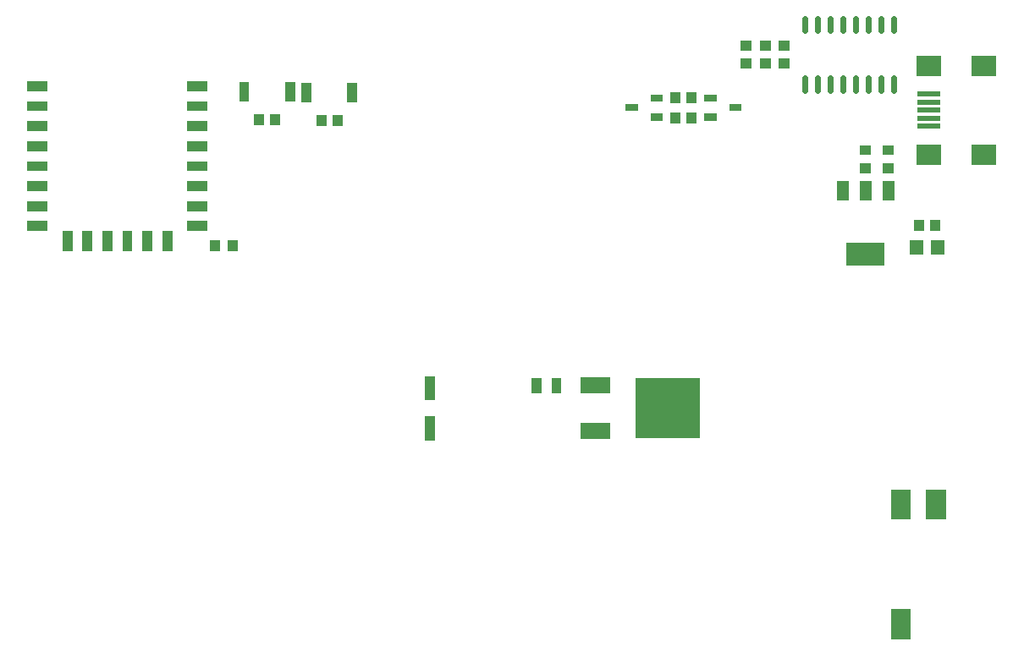
<source format=gbp>
G04 Layer: BottomPasteMaskLayer*
G04 EasyEDA v6.4.7, 2021-01-21T12:31:56+00:00*
G04 8b80c43fe55248bfb6e8376c4506c8f5,74a5fafabdd44b6e8d5e0fe5421ccbd6,10*
G04 Gerber Generator version 0.2*
G04 Scale: 100 percent, Rotated: No, Reflected: No *
G04 Dimensions in millimeters *
G04 leading zeros omitted , absolute positions ,3 integer and 3 decimal *
%FSLAX33Y33*%
%MOMM*%
G90*
D02*

%ADD20C,0.599999*%

%LPD*%
G54D20*
G01X88773Y60516D02*
G01X88773Y59316D01*
G01X87503Y60516D02*
G01X87503Y59316D01*
G01X86233Y60516D02*
G01X86233Y59316D01*
G01X84963Y60516D02*
G01X84963Y59316D01*
G01X83693Y60516D02*
G01X83693Y59316D01*
G01X82423Y60516D02*
G01X82423Y59316D01*
G01X81153Y60516D02*
G01X81153Y59316D01*
G01X79883Y60516D02*
G01X79883Y59316D01*
G01X88773Y66459D02*
G01X88773Y65259D01*
G01X87503Y66459D02*
G01X87503Y65259D01*
G01X86233Y66459D02*
G01X86233Y65259D01*
G01X84963Y66459D02*
G01X84963Y65259D01*
G01X83693Y66459D02*
G01X83693Y65259D01*
G01X82423Y66459D02*
G01X82423Y65259D01*
G01X81153Y66459D02*
G01X81153Y65259D01*
G01X79883Y66459D02*
G01X79883Y65259D01*
G36*
G01X57459Y30540D02*
G01X57459Y28939D01*
G01X60461Y28939D01*
G01X60461Y30540D01*
G01X57459Y30540D01*
G37*
G36*
G01X60453Y24369D02*
G01X60453Y25970D01*
G01X57454Y25970D01*
G01X57454Y24369D01*
G01X60453Y24369D01*
G37*
G36*
G01X69437Y24455D02*
G01X69437Y30454D01*
G01X62938Y30454D01*
G01X62938Y24455D01*
G01X69437Y24455D01*
G37*
G36*
G01X41877Y26655D02*
G01X41877Y24254D01*
G01X42877Y24254D01*
G01X42877Y26655D01*
G01X41877Y26655D01*
G37*
G36*
G01X41877Y30655D02*
G01X41877Y28254D01*
G01X42877Y28254D01*
G01X42877Y30655D01*
G01X41877Y30655D01*
G37*
G36*
G01X55561Y30516D02*
G01X54561Y30516D01*
G01X54561Y28966D01*
G01X55561Y28966D01*
G01X55561Y30516D01*
G37*
G36*
G01X53561Y30516D02*
G01X52561Y30516D01*
G01X52561Y28966D01*
G01X53561Y28966D01*
G01X53561Y30516D01*
G37*
G36*
G01X20137Y60205D02*
G01X18137Y60205D01*
G01X18137Y59205D01*
G01X20137Y59205D01*
G01X20137Y60205D01*
G37*
G36*
G01X20137Y58205D02*
G01X18137Y58205D01*
G01X18137Y57205D01*
G01X20137Y57205D01*
G01X20137Y58205D01*
G37*
G36*
G01X20137Y56205D02*
G01X18137Y56205D01*
G01X18137Y55205D01*
G01X20137Y55205D01*
G01X20137Y56205D01*
G37*
G36*
G01X20137Y54205D02*
G01X18137Y54205D01*
G01X18137Y53205D01*
G01X20137Y53205D01*
G01X20137Y54205D01*
G37*
G36*
G01X20137Y52205D02*
G01X18137Y52205D01*
G01X18137Y51205D01*
G01X20137Y51205D01*
G01X20137Y52205D01*
G37*
G36*
G01X20137Y50205D02*
G01X18137Y50205D01*
G01X18137Y49205D01*
G01X20137Y49205D01*
G01X20137Y50205D01*
G37*
G36*
G01X20137Y48205D02*
G01X18137Y48205D01*
G01X18137Y47205D01*
G01X20137Y47205D01*
G01X20137Y48205D01*
G37*
G36*
G01X20136Y46205D02*
G01X18136Y46205D01*
G01X18136Y45205D01*
G01X20136Y45205D01*
G01X20136Y46205D01*
G37*
G36*
G01X16637Y43225D02*
G01X16637Y45225D01*
G01X15637Y45225D01*
G01X15637Y43225D01*
G01X16637Y43225D01*
G37*
G36*
G01X14637Y43227D02*
G01X14637Y45227D01*
G01X13637Y45227D01*
G01X13637Y43227D01*
G01X14637Y43227D01*
G37*
G36*
G01X12637Y43226D02*
G01X12637Y45226D01*
G01X11637Y45226D01*
G01X11637Y43226D01*
G01X12637Y43226D01*
G37*
G36*
G01X10637Y43226D02*
G01X10637Y45226D01*
G01X9637Y45226D01*
G01X9637Y43226D01*
G01X10637Y43226D01*
G37*
G36*
G01X8637Y43226D02*
G01X8637Y45226D01*
G01X7637Y45226D01*
G01X7637Y43226D01*
G01X8637Y43226D01*
G37*
G36*
G01X6637Y43226D02*
G01X6637Y45226D01*
G01X5637Y45226D01*
G01X5637Y43226D01*
G01X6637Y43226D01*
G37*
G36*
G01X2137Y45206D02*
G01X4137Y45206D01*
G01X4137Y46206D01*
G01X2137Y46206D01*
G01X2137Y45206D01*
G37*
G36*
G01X2136Y47206D02*
G01X4136Y47206D01*
G01X4136Y48206D01*
G01X2136Y48206D01*
G01X2136Y47206D01*
G37*
G36*
G01X2134Y49206D02*
G01X4134Y49206D01*
G01X4134Y50206D01*
G01X2134Y50206D01*
G01X2134Y49206D01*
G37*
G36*
G01X2135Y51206D02*
G01X4135Y51206D01*
G01X4135Y52206D01*
G01X2135Y52206D01*
G01X2135Y51206D01*
G37*
G36*
G01X2136Y53206D02*
G01X4136Y53206D01*
G01X4136Y54206D01*
G01X2136Y54206D01*
G01X2136Y53206D01*
G37*
G36*
G01X2135Y55206D02*
G01X4135Y55206D01*
G01X4135Y56206D01*
G01X2135Y56206D01*
G01X2135Y55206D01*
G37*
G36*
G01X2135Y57206D02*
G01X4135Y57206D01*
G01X4135Y58206D01*
G01X2135Y58206D01*
G01X2135Y57206D01*
G37*
G36*
G01X2135Y59206D02*
G01X4135Y59206D01*
G01X4135Y60206D01*
G01X2135Y60206D01*
G01X2135Y59206D01*
G37*
G36*
G01X29545Y58078D02*
G01X30544Y58078D01*
G01X30544Y60078D01*
G01X29545Y60078D01*
G01X29545Y58078D01*
G37*
G36*
G01X34144Y58078D02*
G01X35144Y58078D01*
G01X35144Y60078D01*
G01X34144Y60078D01*
G01X34144Y58078D01*
G37*
G36*
G01X23322Y58136D02*
G01X24322Y58136D01*
G01X24322Y60136D01*
G01X23322Y60136D01*
G01X23322Y58136D01*
G37*
G36*
G01X27922Y58136D02*
G01X28922Y58136D01*
G01X28922Y60136D01*
G01X27922Y60136D01*
G01X27922Y58136D01*
G37*
G36*
G01X96582Y62750D02*
G01X96582Y60750D01*
G01X99082Y60750D01*
G01X99082Y62750D01*
G01X96582Y62750D01*
G37*
G36*
G01X91082Y62750D02*
G01X91082Y60750D01*
G01X93582Y60750D01*
G01X93582Y62750D01*
G01X91082Y62750D01*
G37*
G36*
G01X96582Y53850D02*
G01X96582Y51850D01*
G01X99082Y51850D01*
G01X99082Y53850D01*
G01X96582Y53850D01*
G37*
G36*
G01X91082Y53850D02*
G01X91082Y51850D01*
G01X93582Y51850D01*
G01X93582Y53850D01*
G01X91082Y53850D01*
G37*
G36*
G01X91182Y55950D02*
G01X91182Y55450D01*
G01X93482Y55450D01*
G01X93482Y55950D01*
G01X91182Y55950D01*
G37*
G36*
G01X91182Y56750D02*
G01X91182Y56250D01*
G01X93482Y56250D01*
G01X93482Y56750D01*
G01X91182Y56750D01*
G37*
G36*
G01X91182Y57550D02*
G01X91182Y57050D01*
G01X93482Y57050D01*
G01X93482Y57550D01*
G01X91182Y57550D01*
G37*
G36*
G01X91182Y58350D02*
G01X91182Y57850D01*
G01X93482Y57850D01*
G01X93482Y58350D01*
G01X91182Y58350D01*
G37*
G36*
G01X91182Y59150D02*
G01X91182Y58650D01*
G01X93482Y58650D01*
G01X93482Y59150D01*
G01X91182Y59150D01*
G37*
G36*
G01X77302Y64287D02*
G01X77302Y63287D01*
G01X78402Y63287D01*
G01X78402Y64287D01*
G01X77302Y64287D01*
G37*
G36*
G01X77302Y62487D02*
G01X77302Y61487D01*
G01X78402Y61487D01*
G01X78402Y62487D01*
G01X77302Y62487D01*
G37*
G36*
G01X84098Y44040D02*
G01X84098Y41740D01*
G01X87898Y41740D01*
G01X87898Y44040D01*
G01X84098Y44040D01*
G37*
G36*
G01X85398Y50240D02*
G01X85398Y48240D01*
G01X86598Y48240D01*
G01X86598Y50240D01*
G01X85398Y50240D01*
G37*
G36*
G01X87698Y50240D02*
G01X87698Y48240D01*
G01X88898Y48240D01*
G01X88898Y50240D01*
G01X87698Y50240D01*
G37*
G36*
G01X83098Y50240D02*
G01X83098Y48240D01*
G01X84298Y48240D01*
G01X84298Y50240D01*
G01X83098Y50240D01*
G37*
G36*
G01X93846Y44287D02*
G01X92545Y44287D01*
G01X92545Y42888D01*
G01X93846Y42888D01*
G01X93846Y44287D01*
G37*
G36*
G01X91745Y44287D02*
G01X90444Y44287D01*
G01X90444Y42888D01*
G01X91745Y42888D01*
G01X91745Y44287D01*
G37*
G36*
G01X32045Y56834D02*
G01X31045Y56834D01*
G01X31045Y55734D01*
G01X32045Y55734D01*
G01X32045Y56834D01*
G37*
G36*
G01X33645Y56834D02*
G01X32645Y56834D01*
G01X32645Y55734D01*
G01X33645Y55734D01*
G01X33645Y56834D01*
G37*
G36*
G01X91862Y46293D02*
G01X90862Y46293D01*
G01X90862Y45193D01*
G01X91862Y45193D01*
G01X91862Y46293D01*
G37*
G36*
G01X93462Y46293D02*
G01X92462Y46293D01*
G01X92462Y45193D01*
G01X93462Y45193D01*
G01X93462Y46293D01*
G37*
G36*
G01X25822Y56892D02*
G01X24822Y56892D01*
G01X24822Y55792D01*
G01X25822Y55792D01*
G01X25822Y56892D01*
G37*
G36*
G01X27422Y56892D02*
G01X26422Y56892D01*
G01X26422Y55792D01*
G01X27422Y55792D01*
G01X27422Y56892D01*
G37*
G36*
G01X85448Y53815D02*
G01X85448Y52815D01*
G01X86548Y52815D01*
G01X86548Y53815D01*
G01X85448Y53815D01*
G37*
G36*
G01X85448Y52015D02*
G01X85448Y51015D01*
G01X86548Y51015D01*
G01X86548Y52015D01*
G01X85448Y52015D01*
G37*
G36*
G01X73492Y64287D02*
G01X73492Y63287D01*
G01X74592Y63287D01*
G01X74592Y64287D01*
G01X73492Y64287D01*
G37*
G36*
G01X73492Y62487D02*
G01X73492Y61487D01*
G01X74592Y61487D01*
G01X74592Y62487D01*
G01X73492Y62487D01*
G37*
G36*
G01X75397Y64287D02*
G01X75397Y63287D01*
G01X76497Y63287D01*
G01X76497Y64287D01*
G01X75397Y64287D01*
G37*
G36*
G01X75397Y62487D02*
G01X75397Y61487D01*
G01X76497Y61487D01*
G01X76497Y62487D01*
G01X75397Y62487D01*
G37*
G36*
G01X87734Y53815D02*
G01X87734Y52815D01*
G01X88834Y52815D01*
G01X88834Y53815D01*
G01X87734Y53815D01*
G37*
G36*
G01X87734Y52015D02*
G01X87734Y51015D01*
G01X88834Y51015D01*
G01X88834Y52015D01*
G01X87734Y52015D01*
G37*
G36*
G01X72339Y57904D02*
G01X72339Y57204D01*
G01X73589Y57204D01*
G01X73589Y57904D01*
G01X72339Y57904D01*
G37*
G36*
G01X69840Y58853D02*
G01X69840Y58153D01*
G01X71090Y58153D01*
G01X71090Y58853D01*
G01X69840Y58853D01*
G37*
G36*
G01X69840Y56954D02*
G01X69840Y56254D01*
G01X71090Y56254D01*
G01X71090Y56954D01*
G01X69840Y56954D01*
G37*
G36*
G01X63216Y57204D02*
G01X63216Y57904D01*
G01X61966Y57904D01*
G01X61966Y57204D01*
G01X63216Y57204D01*
G37*
G36*
G01X65715Y56254D02*
G01X65715Y56954D01*
G01X64465Y56954D01*
G01X64465Y56254D01*
G01X65715Y56254D01*
G37*
G36*
G01X65715Y58153D02*
G01X65715Y58853D01*
G01X64465Y58853D01*
G01X64465Y58153D01*
G01X65715Y58153D01*
G37*
G36*
G01X67477Y59120D02*
G01X66477Y59120D01*
G01X66477Y58020D01*
G01X67477Y58020D01*
G01X67477Y59120D01*
G37*
G36*
G01X69077Y59120D02*
G01X68077Y59120D01*
G01X68077Y58020D01*
G01X69077Y58020D01*
G01X69077Y59120D01*
G37*
G36*
G01X68078Y55988D02*
G01X69078Y55988D01*
G01X69078Y57088D01*
G01X68078Y57088D01*
G01X68078Y55988D01*
G37*
G36*
G01X66478Y55988D02*
G01X67478Y55988D01*
G01X67478Y57088D01*
G01X66478Y57088D01*
G01X66478Y55988D01*
G37*
G36*
G01X20404Y43161D02*
G01X21404Y43161D01*
G01X21404Y44261D01*
G01X20404Y44261D01*
G01X20404Y43161D01*
G37*
G36*
G01X22204Y43161D02*
G01X23204Y43161D01*
G01X23204Y44261D01*
G01X22204Y44261D01*
G01X22204Y43161D01*
G37*
G36*
G01X90523Y16334D02*
G01X90523Y19333D01*
G01X88523Y19333D01*
G01X88523Y16334D01*
G01X90523Y16334D01*
G37*
G36*
G01X94023Y16334D02*
G01X94023Y19333D01*
G01X92023Y19333D01*
G01X92023Y16334D01*
G01X94023Y16334D01*
G37*
G36*
G01X90523Y4334D02*
G01X90523Y7334D01*
G01X88523Y7334D01*
G01X88523Y4334D01*
G01X90523Y4334D01*
G37*
M00*
M02*

</source>
